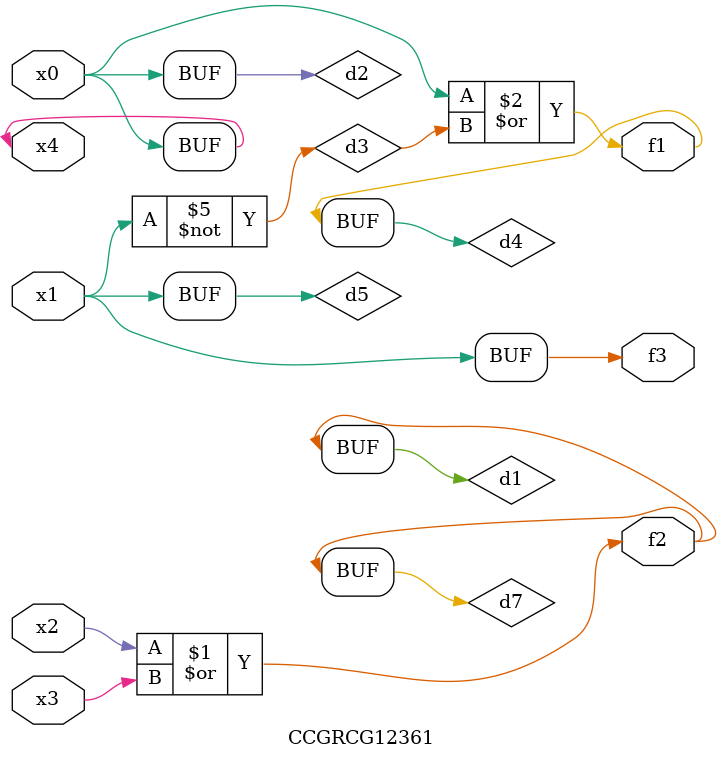
<source format=v>
module CCGRCG12361(
	input x0, x1, x2, x3, x4,
	output f1, f2, f3
);

	wire d1, d2, d3, d4, d5, d6, d7;

	or (d1, x2, x3);
	buf (d2, x0, x4);
	not (d3, x1);
	or (d4, d2, d3);
	not (d5, d3);
	nand (d6, d1, d3);
	or (d7, d1);
	assign f1 = d4;
	assign f2 = d7;
	assign f3 = d5;
endmodule

</source>
